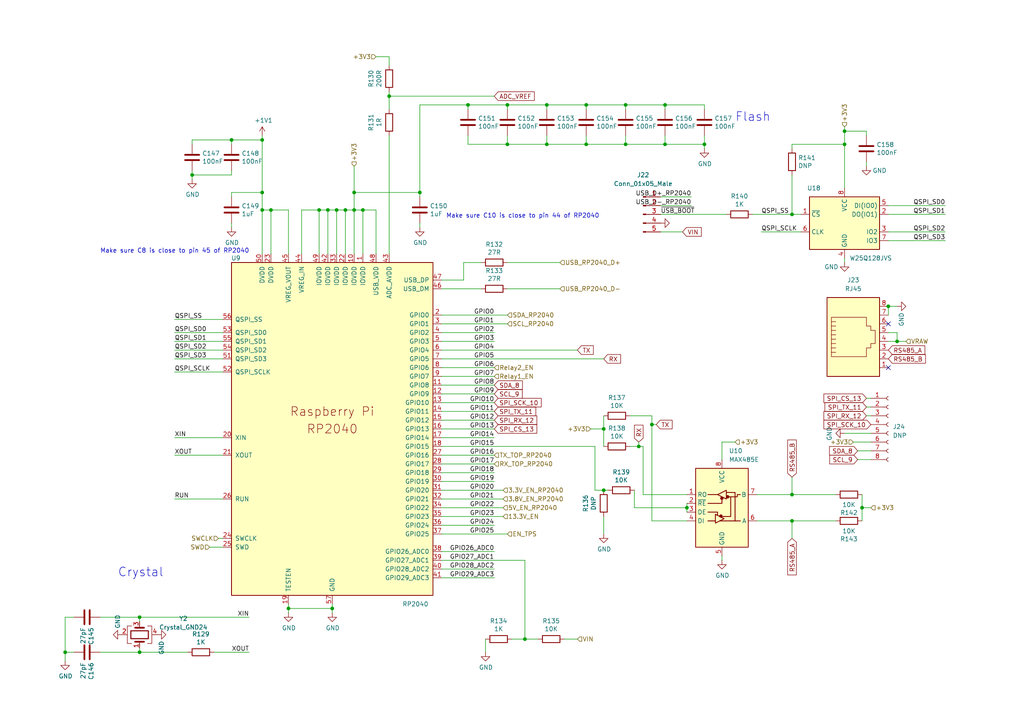
<source format=kicad_sch>
(kicad_sch (version 20230819) (generator eeschema)
  (paper "A4")
  (lib_symbols
    (symbol "Connector:Conn_01x05_Male" (pin_names (offset 1.016) hide)
      (property "Reference" "J" (at 0 7.62 0))
      (property "Value" "Conn_01x05_Male" (at 0 -7.62 0))
      (symbol "Conn_01x05_Male_1_1"
        (pin passive line (at 5.08 5.08 180) (length 3.81) (name "Pin_1") (number "1"))
        (pin passive line (at 5.08 2.54 180) (length 3.81) (name "Pin_2") (number "2"))
        (pin passive line (at 5.08 0 180) (length 3.81) (name "Pin_3") (number "3"))
        (pin passive line (at 5.08 -2.54 180) (length 3.81) (name "Pin_4") (number "4"))
        (pin passive line (at 5.08 -5.08 180) (length 3.81) (name "Pin_5") (number "5"))
      )
    )
    (symbol "Connector:Conn_01x08_Female" (pin_names (offset 1.016) hide)
      (property "Reference" "J" (at 0 10.16 0))
      (property "Value" "Conn_01x08_Female" (at 0 -12.7 0))
      (symbol "Conn_01x08_Female_1_1"
        (pin passive line (at -5.08 7.62 0) (length 3.81) (name "Pin_1") (number "1"))
        (pin passive line (at -5.08 5.08 0) (length 3.81) (name "Pin_2") (number "2"))
        (pin passive line (at -5.08 2.54 0) (length 3.81) (name "Pin_3") (number "3"))
        (pin passive line (at -5.08 0 0) (length 3.81) (name "Pin_4") (number "4"))
        (pin passive line (at -5.08 -2.54 0) (length 3.81) (name "Pin_5") (number "5"))
        (pin passive line (at -5.08 -5.08 0) (length 3.81) (name "Pin_6") (number "6"))
        (pin passive line (at -5.08 -7.62 0) (length 3.81) (name "Pin_7") (number "7"))
        (pin passive line (at -5.08 -10.16 0) (length 3.81) (name "Pin_8") (number "8"))
      )
    )
    (symbol "Connector:RJ45" (pin_names (offset 1.016))
      (property "Reference" "J" (at -5.08 13.97 0))
      (property "Value" "RJ45" (at 2.54 13.97 0))
      (symbol "RJ45_1_1"
        (pin passive line (at 10.16 -7.62 180) (length 2.54) (name "~") (number "1"))
        (pin passive line (at 10.16 -5.08 180) (length 2.54) (name "~") (number "2"))
        (pin passive line (at 10.16 -2.54 180) (length 2.54) (name "~") (number "3"))
        (pin passive line (at 10.16 0 180) (length 2.54) (name "~") (number "4"))
        (pin passive line (at 10.16 2.54 180) (length 2.54) (name "~") (number "5"))
        (pin passive line (at 10.16 5.08 180) (length 2.54) (name "~") (number "6"))
        (pin passive line (at 10.16 7.62 180) (length 2.54) (name "~") (number "7"))
        (pin passive line (at 10.16 10.16 180) (length 2.54) (name "~") (number "8"))
      )
    )
    (symbol "Device:C" (pin_numbers hide) (pin_names (offset 0.254))
      (property "Reference" "C" (at 0.635 2.54 0))
      (property "Value" "C" (at 0.635 -2.54 0))
      (symbol "C_1_1"
        (pin passive line (at 0 3.81 270) (length 2.794) (name "~") (number "1"))
        (pin passive line (at 0 -3.81 90) (length 2.794) (name "~") (number "2"))
      )
    )
    (symbol "Device:Crystal_GND24" (pin_names (offset 1.016) hide)
      (property "Reference" "Y" (at 3.175 5.08 0))
      (property "Value" "Crystal_GND24" (at 3.175 3.175 0))
      (symbol "Crystal_GND24_1_1"
        (pin passive line (at -3.81 0 0) (length 1.27) (name "1") (number "1"))
        (pin passive line (at 0 5.08 270) (length 1.27) (name "2") (number "2"))
        (pin passive line (at 3.81 0 180) (length 1.27) (name "3") (number "3"))
        (pin passive line (at 0 -5.08 90) (length 1.27) (name "4") (number "4"))
      )
    )
    (symbol "Device:R" (pin_numbers hide) (pin_names (offset 0))
      (property "Reference" "R" (at 2.032 0 90))
      (property "Value" "R" (at 0 0 90))
      (symbol "R_1_1"
        (pin passive line (at 0 3.81 270) (length 1.27) (name "~") (number "1"))
        (pin passive line (at 0 -3.81 90) (length 1.27) (name "~") (number "2"))
      )
    )
    (symbol "Interface_UART:MAX485E"
      (property "Reference" "U" (at -6.096 11.43 0))
      (property "Value" "MAX485E" (at 0.762 11.43 0))
      (symbol "MAX485E_1_1"
        (pin output line (at -10.16 2.54 0) (length 2.54) (name "RO") (number "1"))
        (pin input line (at -10.16 0 0) (length 2.54) (name "~{RE}") (number "2"))
        (pin input line (at -10.16 -2.54 0) (length 2.54) (name "DE") (number "3"))
        (pin input line (at -10.16 -5.08 0) (length 2.54) (name "DI") (number "4"))
        (pin power_in line (at 0 -15.24 90) (length 2.54) (name "GND") (number "5"))
        (pin bidirectional line (at 10.16 -5.08 180) (length 2.54) (name "A") (number "6"))
        (pin bidirectional line (at 10.16 2.54 180) (length 2.54) (name "B") (number "7"))
        (pin power_in line (at 0 12.7 270) (length 2.54) (name "VCC") (number "8"))
      )
    )
    (symbol "MCU_RaspberryPi_RP2040:RP2040" (pin_names (offset 1.016))
      (property "Reference" "U" (at -29.21 49.53 0))
      (property "Value" "RP2040" (at 24.13 -49.53 0))
      (symbol "RP2040_0_0"
        (text "Raspberry Pi" (at 0 5.08 0) (effects (font (size 2.54 2.54))))
        (text "RP2040" (at 0 0 0) (effects (font (size 2.54 2.54))))
      )
      (symbol "RP2040_1_1"
        (pin power_in line (at 8.89 50.8 270) (length 2.54) (name "IOVDD") (number "1"))
        (pin power_in line (at 6.35 50.8 270) (length 2.54) (name "IOVDD") (number "10"))
        (pin bidirectional line (at 31.75 12.7 180) (length 2.54) (name "GPIO8") (number "11"))
        (pin bidirectional line (at 31.75 10.16 180) (length 2.54) (name "GPIO9") (number "12"))
        (pin bidirectional line (at 31.75 7.62 180) (length 2.54) (name "GPIO10") (number "13"))
        (pin bidirectional line (at 31.75 5.08 180) (length 2.54) (name "GPIO11") (number "14"))
        (pin bidirectional line (at 31.75 2.54 180) (length 2.54) (name "GPIO12") (number "15"))
        (pin bidirectional line (at 31.75 0 180) (length 2.54) (name "GPIO13") (number "16"))
        (pin bidirectional line (at 31.75 -2.54 180) (length 2.54) (name "GPIO14") (number "17"))
        (pin bidirectional line (at 31.75 -5.08 180) (length 2.54) (name "GPIO15") (number "18"))
        (pin passive line (at -12.7 -50.8 90) (length 2.54) (name "TESTEN") (number "19"))
        (pin bidirectional line (at 31.75 33.02 180) (length 2.54) (name "GPIO0") (number "2"))
        (pin input line (at -31.75 -2.54 0) (length 2.54) (name "XIN") (number "20"))
        (pin passive line (at -31.75 -7.62 0) (length 2.54) (name "XOUT") (number "21"))
        (pin power_in line (at 3.81 50.8 270) (length 2.54) (name "IOVDD") (number "22"))
        (pin power_in line (at -17.78 50.8 270) (length 2.54) (name "DVDD") (number "23"))
        (pin output line (at -31.75 -31.75 0) (length 2.54) (name "SWCLK") (number "24"))
        (pin bidirectional line (at -31.75 -34.29 0) (length 2.54) (name "SWD") (number "25"))
        (pin input line (at -31.75 -20.32 0) (length 2.54) (name "RUN") (number "26"))
        (pin bidirectional line (at 31.75 -7.62 180) (length 2.54) (name "GPIO16") (number "27"))
        (pin bidirectional line (at 31.75 -10.16 180) (length 2.54) (name "GPIO17") (number "28"))
        (pin bidirectional line (at 31.75 -12.7 180) (length 2.54) (name "GPIO18") (number "29"))
        (pin bidirectional line (at 31.75 30.48 180) (length 2.54) (name "GPIO1") (number "3"))
        (pin bidirectional line (at 31.75 -15.24 180) (length 2.54) (name "GPIO19") (number "30"))
        (pin bidirectional line (at 31.75 -17.78 180) (length 2.54) (name "GPIO20") (number "31"))
        (pin bidirectional line (at 31.75 -20.32 180) (length 2.54) (name "GPIO21") (number "32"))
        (pin power_in line (at 1.27 50.8 270) (length 2.54) (name "IOVDD") (number "33"))
        (pin bidirectional line (at 31.75 -22.86 180) (length 2.54) (name "GPIO22") (number "34"))
        (pin bidirectional line (at 31.75 -25.4 180) (length 2.54) (name "GPIO23") (number "35"))
        (pin bidirectional line (at 31.75 -27.94 180) (length 2.54) (name "GPIO24") (number "36"))
        (pin bidirectional line (at 31.75 -30.48 180) (length 2.54) (name "GPIO25") (number "37"))
        (pin bidirectional line (at 31.75 -35.56 180) (length 2.54) (name "GPIO26_ADC0") (number "38"))
        (pin bidirectional line (at 31.75 -38.1 180) (length 2.54) (name "GPIO27_ADC1") (number "39"))
        (pin bidirectional line (at 31.75 27.94 180) (length 2.54) (name "GPIO2") (number "4"))
        (pin bidirectional line (at 31.75 -40.64 180) (length 2.54) (name "GPIO28_ADC2") (number "40"))
        (pin bidirectional line (at 31.75 -43.18 180) (length 2.54) (name "GPIO29_ADC3") (number "41"))
        (pin power_in line (at -1.27 50.8 270) (length 2.54) (name "IOVDD") (number "42"))
        (pin power_in line (at 16.51 50.8 270) (length 2.54) (name "ADC_AVDD") (number "43"))
        (pin power_in line (at -8.89 50.8 270) (length 2.54) (name "VREG_IN") (number "44"))
        (pin power_out line (at -12.7 50.8 270) (length 2.54) (name "VREG_VOUT") (number "45"))
        (pin bidirectional line (at 31.75 40.64 180) (length 2.54) (name "USB_DM") (number "46"))
        (pin bidirectional line (at 31.75 43.18 180) (length 2.54) (name "USB_DP") (number "47"))
        (pin power_in line (at 12.7 50.8 270) (length 2.54) (name "USB_VDD") (number "48"))
        (pin power_in line (at -3.81 50.8 270) (length 2.54) (name "IOVDD") (number "49"))
        (pin bidirectional line (at 31.75 25.4 180) (length 2.54) (name "GPIO3") (number "5"))
        (pin power_in line (at -20.32 50.8 270) (length 2.54) (name "DVDD") (number "50"))
        (pin bidirectional line (at -31.75 20.32 0) (length 2.54) (name "QSPI_SD3") (number "51"))
        (pin output line (at -31.75 16.51 0) (length 2.54) (name "QSPI_SCLK") (number "52"))
        (pin bidirectional line (at -31.75 27.94 0) (length 2.54) (name "QSPI_SD0") (number "53"))
        (pin bidirectional line (at -31.75 22.86 0) (length 2.54) (name "QSPI_SD2") (number "54"))
        (pin bidirectional line (at -31.75 25.4 0) (length 2.54) (name "QSPI_SD1") (number "55"))
        (pin bidirectional line (at -31.75 31.75 0) (length 2.54) (name "QSPI_SS") (number "56"))
        (pin power_in line (at 0 -50.8 90) (length 2.54) (name "GND") (number "57"))
        (pin bidirectional line (at 31.75 22.86 180) (length 2.54) (name "GPIO4") (number "6"))
        (pin bidirectional line (at 31.75 20.32 180) (length 2.54) (name "GPIO5") (number "7"))
        (pin bidirectional line (at 31.75 17.78 180) (length 2.54) (name "GPIO6") (number "8"))
        (pin bidirectional line (at 31.75 15.24 180) (length 2.54) (name "GPIO7") (number "9"))
      )
    )
    (symbol "Memory_Flash:W25Q128JVS"
      (property "Reference" "U" (at -8.89 8.89 0))
      (property "Value" "W25Q128JVS" (at 7.62 8.89 0))
      (symbol "W25Q128JVS_1_1"
        (pin input line (at -12.7 2.54 0) (length 2.54) (name "~{CS}") (number "1"))
        (pin bidirectional line (at 12.7 2.54 180) (length 2.54) (name "DO(IO1)") (number "2"))
        (pin bidirectional line (at 12.7 -2.54 180) (length 2.54) (name "IO2") (number "3"))
        (pin power_in line (at 0 -10.16 90) (length 2.54) (name "GND") (number "4"))
        (pin bidirectional line (at 12.7 5.08 180) (length 2.54) (name "DI(IO0)") (number "5"))
        (pin input line (at -12.7 -2.54 0) (length 2.54) (name "CLK") (number "6"))
        (pin bidirectional line (at 12.7 -5.08 180) (length 2.54) (name "IO3") (number "7"))
        (pin power_in line (at 0 10.16 270) (length 2.54) (name "VCC") (number "8"))
      )
    )
    (symbol "power:+1V1" (power) (pin_names (offset 0))
      (property "Value" "+1V1" (at 0 3.556 0))
      (symbol "+1V1_1_1"
        (pin power_in line (at 0 0 90) (length 0) hide (name "+1V1") (number "1"))
      )
    )
    (symbol "power:GND" (power) (pin_names (offset 0))
      (property "Value" "GND" (at 0 -3.81 0))
      (symbol "GND_1_1"
        (pin power_in line (at 0 0 270) (length 0) hide (name "GND") (number "1"))
      )
    )
  )
  (junction (at 96.3649 176.4776))
  (junction (at 170.0249 30.4276))
  (junction (at 204.3149 41.8576))
  (junction (at 250.0349 147.2676))
  (junction (at 244.9549 38.0476))
  (junction (at 181.4549 30.4276))
  (junction (at 158.5949 30.4276))
  (junction (at 67.1549 40.5876))
  (junction (at 260.1949 99.0076))
  (junction (at 95.0949 60.9076))
  (junction (at 170.0249 41.8576))
  (junction (at 192.8849 30.4276))
  (junction (at 92.5549 60.9076))
  (junction (at 257.6549 88.8476))
  (junction (at 229.7149 62.1776))
  (junction (at 97.6349 60.9076))
  (junction (at 158.5949 41.8576))
  (junction (at 40.4849 189.1776))
  (junction (at 112.8749 27.8876))
  (junction (at 147.1649 41.8576))
  (junction (at 185.2649 129.4876))
  (junction (at 175.1049 124.4076))
  (junction (at 102.7149 55.8276))
  (junction (at 175.1049 142.1876))
  (junction (at 199.2349 147.2676))
  (junction (at 83.6649 176.4776))
  (junction (at 100.1749 60.9076))
  (junction (at 76.0449 60.9076))
  (junction (at 105.2549 60.9076))
  (junction (at 78.5849 60.9076))
  (junction (at 76.0449 40.5876))
  (junction (at 135.7349 30.4276))
  (junction (at 40.4849 179.0176))
  (junction (at 244.9549 41.8576))
  (junction (at 192.8849 41.8576))
  (junction (at 181.4549 41.8576))
  (junction (at 229.7149 143.4576))
  (junction (at 152.2449 185.3676))
  (junction (at 121.7649 55.8276))
  (junction (at 147.1649 30.4276))
  (junction (at 55.7249 50.7476))
  (junction (at 76.0449 55.8276))
  (junction (at 229.7149 151.0776))
  (junction (at 18.8949 189.1776))
  (junction (at 189.0749 123.1376))
  (junction (at 102.7149 60.9076))
  (no_connect (at 257.6549 93.9276))
  (no_connect (at 257.6549 106.6276))
  (wire (pts (xy 128.1149 132.0276) (xy 143.3549 132.0276)))
  (wire (pts (xy 170.0249 30.4276) (xy 181.4549 30.4276)))
  (wire (pts (xy 175.1049 120.5976) (xy 175.1049 124.4076)))
  (wire (pts (xy 147.1649 39.3176) (xy 147.1649 41.8576)))
  (wire (pts (xy 251.3049 46.9376) (xy 251.3049 48.2076)))
  (wire (pts (xy 64.6149 144.7276) (xy 50.6449 144.7276)))
  (wire (pts (xy 95.0949 60.9076) (xy 97.6349 60.9076)))
  (wire (pts (xy 158.5949 31.6976) (xy 158.5949 30.4276)))
  (wire (pts (xy 121.7649 64.7176) (xy 121.7649 65.9876)))
  (wire (pts (xy 67.1549 64.7176) (xy 67.1549 65.9876)))
  (wire (pts (xy 29.0549 189.1776) (xy 40.4849 189.1776)))
  (wire (pts (xy 250.0349 147.2676) (xy 250.0349 151.0776)))
  (wire (pts (xy 102.7149 60.9076) (xy 105.2549 60.9076)))
  (wire (pts (xy 158.5949 39.3176) (xy 158.5949 41.8576)))
  (wire (pts (xy 199.2349 147.2676) (xy 183.9949 147.2676)))
  (wire (pts (xy 199.2349 143.4576) (xy 186.5349 143.4576)))
  (wire (pts (xy 92.5549 60.9076) (xy 95.0949 60.9076)))
  (wire (pts (xy 220.8249 67.2576) (xy 232.2549 67.2576)))
  (wire (pts (xy 55.7249 40.5876) (xy 67.1549 40.5876)))
  (wire (pts (xy 96.3649 175.2076) (xy 96.3649 176.4776)))
  (wire (pts (xy 128.1149 152.3476) (xy 143.3549 152.3476)))
  (wire (pts (xy 121.7649 57.0976) (xy 121.7649 55.8276)))
  (wire (pts (xy 260.1949 99.0076) (xy 257.6549 99.0076)))
  (wire (pts (xy 128.1149 162.5076) (xy 152.2449 162.5076)))
  (wire (pts (xy 189.0749 151.0776) (xy 189.0749 123.1376)))
  (wire (pts (xy 257.6549 69.7976) (xy 274.1649 69.7976)))
  (wire (pts (xy 18.8949 179.0176) (xy 18.8949 189.1776)))
  (wire (pts (xy 181.4549 30.4276) (xy 192.8849 30.4276)))
  (wire (pts (xy 219.5549 143.4576) (xy 229.7149 143.4576)))
  (wire (pts (xy 100.1749 73.6076) (xy 100.1749 60.9076)))
  (wire (pts (xy 55.7249 41.8576) (xy 55.7249 40.5876)))
  (wire (pts (xy 199.2349 151.0776) (xy 189.0749 151.0776)))
  (wire (pts (xy 50.6449 99.0076) (xy 64.6149 99.0076)))
  (wire (pts (xy 40.4849 189.1776) (xy 54.4549 189.1776)))
  (wire (pts (xy 247.4949 128.2176) (xy 252.5749 128.2176)))
  (wire (pts (xy 135.7349 31.6976) (xy 135.7349 30.4276)))
  (wire (pts (xy 105.2549 60.9076) (xy 109.0649 60.9076)))
  (wire (pts (xy 152.2449 185.3676) (xy 152.2449 162.5076)))
  (wire (pts (xy 128.1149 93.9276) (xy 147.1649 93.9276)))
  (wire (pts (xy 192.8849 30.4276) (xy 204.3149 30.4276)))
  (wire (pts (xy 128.1149 165.0476) (xy 143.3549 165.0476)))
  (wire (pts (xy 192.8849 39.3176) (xy 192.8849 41.8576)))
  (wire (pts (xy 251.3049 38.0476) (xy 244.9549 38.0476)))
  (wire (pts (xy 64.6149 92.6576) (xy 50.6449 92.6576)))
  (wire (pts (xy 50.6449 126.9476) (xy 64.6149 126.9476)))
  (wire (pts (xy 170.0249 31.6976) (xy 170.0249 30.4276)))
  (wire (pts (xy 63.3449 156.1576) (xy 64.6149 156.1576)))
  (wire (pts (xy 158.5949 41.8576) (xy 147.1649 41.8576)))
  (wire (pts (xy 172.5649 142.1876) (xy 175.1049 142.1876)))
  (wire (pts (xy 92.5549 73.6076) (xy 92.5549 60.9076)))
  (wire (pts (xy 260.1949 99.0076) (xy 262.7349 99.0076)))
  (wire (pts (xy 175.1049 154.8876) (xy 175.1049 149.8076)))
  (wire (pts (xy 40.4849 179.0176) (xy 72.2349 179.0176)))
  (wire (pts (xy 251.3049 120.5976) (xy 252.5749 120.5976)))
  (wire (pts (xy 229.7149 50.7476) (xy 229.7149 62.1776)))
  (wire (pts (xy 76.0449 60.9076) (xy 76.0449 73.6076)))
  (wire (pts (xy 128.1149 83.7676) (xy 139.5449 83.7676)))
  (wire (pts (xy 147.1649 31.6976) (xy 147.1649 30.4276)))
  (wire (pts (xy 112.8749 39.3176) (xy 112.8749 73.6076)))
  (wire (pts (xy 128.1149 139.6476) (xy 143.3549 139.6476)))
  (wire (pts (xy 128.1149 96.4676) (xy 143.3549 96.4676)))
  (wire (pts (xy 128.1149 137.1076) (xy 143.3549 137.1076)))
  (wire (pts (xy 244.9549 125.6776) (xy 252.5749 125.6776)))
  (wire (pts (xy 102.7149 55.8276) (xy 121.7649 55.8276)))
  (wire (pts (xy 128.1149 149.8076) (xy 145.8949 149.8076)))
  (wire (pts (xy 251.3049 118.0576) (xy 252.5749 118.0576)))
  (wire (pts (xy 109.0649 73.6076) (xy 109.0649 60.9076)))
  (wire (pts (xy 229.7149 156.1576) (xy 229.7149 151.0776)))
  (wire (pts (xy 172.5649 142.1876) (xy 172.5649 129.4876)))
  (wire (pts (xy 181.4549 31.6976) (xy 181.4549 30.4276)))
  (wire (pts (xy 29.0549 179.0176) (xy 40.4849 179.0176)))
  (wire (pts (xy 209.3949 128.2176) (xy 209.3949 133.2976)))
  (wire (pts (xy 97.6349 60.9076) (xy 100.1749 60.9076)))
  (wire (pts (xy 229.7149 62.1776) (xy 232.2549 62.1776)))
  (wire (pts (xy 128.1149 134.5676) (xy 143.3549 134.5676)))
  (wire (pts (xy 199.2349 145.9976) (xy 199.2349 147.2676)))
  (wire (pts (xy 83.6649 175.2076) (xy 83.6649 176.4776)))
  (wire (pts (xy 158.5949 30.4276) (xy 170.0249 30.4276)))
  (wire (pts (xy 128.1149 126.9476) (xy 143.3549 126.9476)))
  (wire (pts (xy 135.7349 39.3176) (xy 135.7349 41.8576)))
  (wire (pts (xy 64.6149 132.0276) (xy 50.6449 132.0276)))
  (wire (pts (xy 18.8949 189.1776) (xy 18.8949 191.7176)))
  (wire (pts (xy 175.1049 142.1876) (xy 176.3749 142.1876)))
  (wire (pts (xy 248.7649 133.2976) (xy 252.5749 133.2976)))
  (wire (pts (xy 257.6549 62.1776) (xy 274.1649 62.1776)))
  (wire (pts (xy 21.4349 179.0176) (xy 18.8949 179.0176)))
  (wire (pts (xy 185.2649 129.4876) (xy 182.7249 129.4876)))
  (wire (pts (xy 95.0949 73.6076) (xy 95.0949 60.9076)))
  (wire (pts (xy 128.1149 99.0076) (xy 143.3549 99.0076)))
  (wire (pts (xy 50.6449 96.4676) (xy 64.6149 96.4676)))
  (wire (pts (xy 244.9549 36.7776) (xy 244.9549 38.0476)))
  (wire (pts (xy 147.1649 41.8576) (xy 135.7349 41.8576)))
  (wire (pts (xy 244.9549 41.8576) (xy 244.9549 54.5576)))
  (wire (pts (xy 229.7149 41.8576) (xy 244.9549 41.8576)))
  (wire (pts (xy 135.7349 30.4276) (xy 147.1649 30.4276)))
  (wire (pts (xy 167.4849 185.3676) (xy 163.6749 185.3676)))
  (wire (pts (xy 128.1149 159.9676) (xy 143.3549 159.9676)))
  (wire (pts (xy 112.8749 27.8876) (xy 112.8749 26.6176)))
  (wire (pts (xy 128.1149 144.7276) (xy 145.8949 144.7276)))
  (wire (pts (xy 128.1149 109.1676) (xy 143.3549 109.1676)))
  (wire (pts (xy 112.8749 27.8876) (xy 112.8749 31.6976)))
  (wire (pts (xy 229.7149 43.1276) (xy 229.7149 41.8576)))
  (wire (pts (xy 210.6649 62.1776) (xy 191.6149 62.1776)))
  (wire (pts (xy 83.6649 73.6076) (xy 83.6649 60.9076)))
  (wire (pts (xy 21.4349 189.1776) (xy 18.8949 189.1776)))
  (wire (pts (xy 60.8049 158.6976) (xy 64.6149 158.6976)))
  (wire (pts (xy 128.1149 167.5876) (xy 143.3549 167.5876)))
  (wire (pts (xy 83.6649 60.9076) (xy 78.5849 60.9076)))
  (wire (pts (xy 147.1649 83.7676) (xy 162.4049 83.7676)))
  (wire (pts (xy 50.6449 104.0876) (xy 64.6149 104.0876)))
  (wire (pts (xy 252.5749 147.2676) (xy 250.0349 147.2676)))
  (wire (pts (xy 213.2049 128.2176) (xy 209.3949 128.2176)))
  (wire (pts (xy 148.4349 185.3676) (xy 152.2449 185.3676)))
  (wire (pts (xy 128.1149 101.5476) (xy 167.4849 101.5476)))
  (wire (pts (xy 244.9549 38.0476) (xy 244.9549 41.8576)))
  (wire (pts (xy 55.7249 50.7476) (xy 55.7249 52.0176)))
  (wire (pts (xy 191.6149 57.0976) (xy 200.5049 57.0976)))
  (wire (pts (xy 191.6149 59.6376) (xy 200.5049 59.6376)))
  (wire (pts (xy 83.6649 176.4776) (xy 83.6649 177.7476)))
  (wire (pts (xy 78.5849 60.9076) (xy 76.0449 60.9076)))
  (wire (pts (xy 192.8849 31.6976) (xy 192.8849 30.4276)))
  (wire (pts (xy 97.6349 73.6076) (xy 97.6349 60.9076)))
  (wire (pts (xy 40.4849 187.9076) (xy 40.4849 189.1776)))
  (wire (pts (xy 199.2349 147.2676) (xy 199.2349 148.5376)))
  (wire (pts (xy 170.0249 39.3176) (xy 170.0249 41.8576)))
  (wire (pts (xy 128.1149 81.2276) (xy 134.4649 81.2276)))
  (wire (pts (xy 112.8749 16.4576) (xy 109.0649 16.4576)))
  (wire (pts (xy 76.0449 40.5876) (xy 76.0449 55.8276)))
  (wire (pts (xy 96.3649 176.4776) (xy 96.3649 177.7476)))
  (wire (pts (xy 55.7249 49.4776) (xy 55.7249 50.7476)))
  (wire (pts (xy 183.9949 147.2676) (xy 183.9949 142.1876)))
  (wire (pts (xy 204.3149 39.3176) (xy 204.3149 41.8576)))
  (wire (pts (xy 112.8749 27.8876) (xy 143.3549 27.8876)))
  (wire (pts (xy 175.1049 124.4076) (xy 175.1049 129.4876)))
  (wire (pts (xy 171.2949 124.4076) (xy 175.1049 124.4076)))
  (wire (pts (xy 128.1149 142.1876) (xy 145.8949 142.1876)))
  (wire (pts (xy 102.7149 55.8276) (xy 102.7149 48.2076)))
  (wire (pts (xy 100.1749 60.9076) (xy 102.7149 60.9076)))
  (wire (pts (xy 128.1149 147.2676) (xy 145.8949 147.2676)))
  (wire (pts (xy 192.8849 41.8576) (xy 181.4549 41.8576)))
  (wire (pts (xy 229.7149 138.3776) (xy 229.7149 143.4576)))
  (wire (pts (xy 67.1549 57.0976) (xy 67.1549 55.8276)))
  (wire (pts (xy 204.3149 41.8576) (xy 204.3149 43.1276)))
  (wire (pts (xy 134.4649 76.1476) (xy 134.4649 81.2276)))
  (wire (pts (xy 128.1149 154.8876) (xy 147.1649 154.8876)))
  (wire (pts (xy 250.0349 143.4576) (xy 250.0349 147.2676)))
  (wire (pts (xy 135.7349 30.4276) (xy 121.7649 30.4276)))
  (wire (pts (xy 67.1549 55.8276) (xy 76.0449 55.8276)))
  (wire (pts (xy 152.2449 185.3676) (xy 156.0549 185.3676)))
  (wire (pts (xy 128.1149 104.0876) (xy 175.1049 104.0876)))
  (wire (pts (xy 102.7149 73.6076) (xy 102.7149 60.9076)))
  (wire (pts (xy 112.8749 18.9976) (xy 112.8749 16.4576)))
  (wire (pts (xy 248.7649 130.7576) (xy 252.5749 130.7576)))
  (wire (pts (xy 209.3949 161.2376) (xy 209.3949 162.5076)))
  (wire (pts (xy 189.0749 123.1376) (xy 190.3449 123.1376)))
  (wire (pts (xy 140.8149 189.1776) (xy 140.8149 185.3676)))
  (wire (pts (xy 260.1949 96.4676) (xy 257.6549 96.4676)))
  (wire (pts (xy 147.1649 30.4276) (xy 158.5949 30.4276)))
  (wire (pts (xy 67.1549 40.5876) (xy 76.0449 40.5876)))
  (wire (pts (xy 128.1149 111.7076) (xy 143.3549 111.7076)))
  (wire (pts (xy 181.4549 41.8576) (xy 170.0249 41.8576)))
  (wire (pts (xy 128.1149 114.2476) (xy 143.3549 114.2476)))
  (wire (pts (xy 192.8849 41.8576) (xy 204.3149 41.8576)))
  (wire (pts (xy 257.6549 67.2576) (xy 274.1649 67.2576)))
  (wire (pts (xy 128.1149 91.3876) (xy 147.1649 91.3876)))
  (wire (pts (xy 218.2849 62.1776) (xy 229.7149 62.1776)))
  (wire (pts (xy 83.6649 176.4776) (xy 96.3649 176.4776)))
  (wire (pts (xy 105.2549 60.9076) (xy 105.2549 73.6076)))
  (wire (pts (xy 204.3149 31.6976) (xy 204.3149 30.4276)))
  (wire (pts (xy 189.0749 120.5976) (xy 182.7249 120.5976)))
  (wire (pts (xy 128.1149 119.3276) (xy 143.3549 119.3276)))
  (wire (pts (xy 121.7649 30.4276) (xy 121.7649 55.8276)))
  (wire (pts (xy 257.6549 88.8476) (xy 257.6549 91.3876)))
  (wire (pts (xy 189.0749 123.1376) (xy 189.0749 120.5976)))
  (wire (pts (xy 147.1649 76.1476) (xy 162.4049 76.1476)))
  (wire (pts (xy 128.1149 116.7876) (xy 143.3549 116.7876)))
  (wire (pts (xy 257.6549 59.6376) (xy 274.1649 59.6376)))
  (wire (pts (xy 134.4649 76.1476) (xy 139.5449 76.1476)))
  (wire (pts (xy 128.1149 129.4876) (xy 172.5649 129.4876)))
  (wire (pts (xy 251.3049 39.3176) (xy 251.3049 38.0476)))
  (wire (pts (xy 170.0249 41.8576) (xy 158.5949 41.8576)))
  (wire (pts (xy 181.4549 39.3176) (xy 181.4549 41.8576)))
  (wire (pts (xy 40.4849 180.2876) (xy 40.4849 179.0176)))
  (wire (pts (xy 186.5349 143.4576) (xy 186.5349 129.4876)))
  (wire (pts (xy 197.9649 67.2576) (xy 191.6149 67.2576)))
  (wire (pts (xy 229.7149 143.4576) (xy 242.4149 143.4576)))
  (wire (pts (xy 76.0449 39.3176) (xy 76.0449 40.5876)))
  (wire (pts (xy 50.6449 101.5476) (xy 64.6149 101.5476)))
  (wire (pts (xy 102.7149 55.8276) (xy 102.7149 60.9076)))
  (wire (pts (xy 260.1949 88.8476) (xy 257.6549 88.8476)))
  (wire (pts (xy 186.5349 129.4876) (xy 185.2649 129.4876)))
  (wire (pts (xy 67.1549 41.8576) (xy 67.1549 40.5876)))
  (wire (pts (xy 78.5849 73.6076) (xy 78.5849 60.9076)))
  (wire (pts (xy 64.6149 107.8976) (xy 50.6449 107.8976)))
  (wire (pts (xy 128.1149 106.6276) (xy 143.3549 106.6276)))
  (wire (pts (xy 244.9549 74.8776) (xy 244.9549 76.1476)))
  (wire (pts (xy 251.3049 115.5176) (xy 252.5749 115.5176)))
  (wire (pts (xy 87.4749 60.9076) (xy 92.5549 60.9076)))
  (wire (pts (xy 219.5549 151.0776) (xy 229.7149 151.0776)))
  (wire (pts (xy 128.1149 121.8676) (xy 143.3549 121.8676)))
  (wire (pts (xy 185.2649 128.2176) (xy 185.2649 129.4876)))
  (wire (pts (xy 229.7149 151.0776) (xy 242.4149 151.0776)))
  (wire (pts (xy 76.0449 55.8276) (xy 76.0449 60.9076)))
  (wire (pts (xy 55.7249 50.7476) (xy 67.1549 50.7476)))
  (wire (pts (xy 62.0749 189.1776) (xy 72.2349 189.1776)))
  (wire (pts (xy 67.1549 50.7476) (xy 67.1549 49.4776)))
  (wire (pts (xy 260.1949 99.0076) (xy 260.1949 96.4676)))
  (wire (pts (xy 87.4749 73.6076) (xy 87.4749 60.9076)))
  (wire (pts (xy 128.1149 124.4076) (xy 143.3549 124.4076)))
  (text "Make sure C10 is close to pin 44 of RP2040" (at 129.3849 63.4476 0) (effects (font (size 1.27 1.27)) (justify left bottom)))
  (text "Make sure C8 is close to pin 45 of RP2040" (at 29.0549 73.6076 0) (effects (font (size 1.27 1.27)) (justify left bottom)))
  (text "Flash" (at 213.2049 35.5076 0) (effects (font (size 2.54 2.54)) (justify left bottom)))
  (text "Crystal" (at 34.1349 167.5876 0) (effects (font (size 2.54 2.54)) (justify left bottom)))
  (label "GPIO27_ADC1" (at 143.3549 162.5076 180))
  (label "GPIO8" (at 143.3549 111.7076 180))
  (label "QSPI_SCLK" (at 220.8249 67.2576 0))
  (label "QSPI_SD1" (at 274.1649 62.1776 180))
  (label "GPIO18" (at 143.3549 137.1076 180))
  (label "GPIO17" (at 143.3549 134.5676 180))
  (label "XOUT" (at 72.2349 189.1776 180))
  (label "GPIO19" (at 143.3549 139.6476 180))
  (label "GPIO3" (at 143.3549 99.0076 180))
  (label "GPIO29_ADC3" (at 143.3549 167.5876 180))
  (label "RUN" (at 50.6449 144.7276 0))
  (label "GPIO1" (at 143.3549 93.9276 180))
  (label "USB_D+_RP2040" (at 200.5049 57.0976 180))
  (label "~{USB_BOOT}" (at 191.6149 62.1776 0))
  (label "GPIO25" (at 143.3549 154.8876 180))
  (label "GPIO6" (at 143.3549 106.6276 180))
  (label "GPIO9" (at 143.3549 114.2476 180))
  (label "GPIO5" (at 143.3549 104.0876 180))
  (label "QSPI_SD0" (at 50.6449 96.4676 0))
  (label "GPIO11" (at 143.3549 119.3276 180))
  (label "GPIO12" (at 143.3549 121.8676 180))
  (label "QSPI_SS" (at 50.6449 92.6576 0))
  (label "GPIO21" (at 143.3549 144.7276 180))
  (label "GPIO23" (at 143.3549 149.8076 180))
  (label "QSPI_SS" (at 220.8249 62.1776 0))
  (label "GPIO24" (at 143.3549 152.3476 180))
  (label "GPIO7" (at 143.3549 109.1676 180))
  (label "XOUT" (at 50.6449 132.0276 0))
  (label "USB_D-_RP2040" (at 200.5049 59.6376 180))
  (label "GPIO14" (at 143.3549 126.9476 180))
  (label "GPIO28_ADC2" (at 143.3549 165.0476 180))
  (label "GPIO10" (at 143.3549 116.7876 180))
  (label "QSPI_SD2" (at 274.1649 67.2576 180))
  (label "GPIO20" (at 143.3549 142.1876 180))
  (label "GPIO2" (at 143.3549 96.4676 180))
  (label "GPIO15" (at 143.3549 129.4876 180))
  (label "GPIO22" (at 143.3549 147.2676 180))
  (label "QSPI_SCLK" (at 50.6449 107.8976 0))
  (label "QSPI_SD0" (at 274.1649 59.6376 180))
  (label "QSPI_SD2" (at 50.6449 101.5476 0))
  (label "XIN" (at 50.6449 126.9476 0))
  (label "GPIO4" (at 143.3549 101.5476 180))
  (label "QSPI_SD3" (at 274.1649 69.7976 180))
  (label "GPIO13" (at 143.3549 124.4076 180))
  (label "XIN" (at 72.2349 179.0176 180))
  (label "QSPI_SD1" (at 50.6449 99.0076 0))
  (label "GPIO16" (at 143.3549 132.0276 180))
  (label "QSPI_SD3" (at 50.6449 104.0876 0))
  (label "GPIO26_ADC0" (at 143.3549 159.9676 180))
  (label "GPIO0" (at 143.3549 91.3876 180))
  (global_label "SPI_TX_11" (shape input) (at 251.3049 118.0576 180) (property "Intersheetrefs" "${INTERSHEET_REFS}" (effects hide)))
  (global_label "SPI_CS_13" (shape input) (at 251.3049 115.5176 180) (property "Intersheetrefs" "${INTERSHEET_REFS}" (effects hide)))
  (global_label "RS485_B" (shape input) (at 229.7149 138.3776 90) (property "Intersheetrefs" "${INTERSHEET_REFS}" (effects hide)))
  (global_label "SDA_8" (shape input) (at 248.7649 130.7576 180) (property "Intersheetrefs" "${INTERSHEET_REFS}" (effects hide)))
  (global_label "TX" (shape input) (at 167.4849 101.5476 0) (property "Intersheetrefs" "${INTERSHEET_REFS}" (effects hide)))
  (global_label "ADC_VREF" (shape input) (at 143.3549 27.8876 0) (property "Intersheetrefs" "${INTERSHEET_REFS}" (effects hide)))
  (global_label "SPI_RX_12" (shape input) (at 143.3549 121.8676 0) (property "Intersheetrefs" "${INTERSHEET_REFS}" (effects hide)))
  (global_label "SPI_SCK_10" (shape input) (at 252.5749 123.1376 180) (property "Intersheetrefs" "${INTERSHEET_REFS}" (effects hide)))
  (global_label "RX" (shape input) (at 185.2649 128.2176 90) (property "Intersheetrefs" "${INTERSHEET_REFS}" (effects hide)))
  (global_label "RS485_A" (shape input) (at 257.6549 101.5476 0) (property "Intersheetrefs" "${INTERSHEET_REFS}" (effects hide)))
  (global_label "SPI_RX_12" (shape input) (at 251.3049 120.5976 180) (property "Intersheetrefs" "${INTERSHEET_REFS}" (effects hide)))
  (global_label "SCL_9" (shape input) (at 248.7649 133.2976 180) (property "Intersheetrefs" "${INTERSHEET_REFS}" (effects hide)))
  (global_label "SCL_9" (shape input) (at 143.3549 114.2476 0) (property "Intersheetrefs" "${INTERSHEET_REFS}" (effects hide)))
  (global_label "TX" (shape input) (at 190.3449 123.1376 0) (property "Intersheetrefs" "${INTERSHEET_REFS}" (effects hide)))
  (global_label "SDA_8" (shape input) (at 143.3549 111.7076 0) (property "Intersheetrefs" "${INTERSHEET_REFS}" (effects hide)))
  (global_label "SPI_TX_11" (shape input) (at 143.3549 119.3276 0) (property "Intersheetrefs" "${INTERSHEET_REFS}" (effects hide)))
  (global_label "VIN" (shape input) (at 197.9649 67.2576 0) (property "Intersheetrefs" "${INTERSHEET_REFS}" (effects hide)))
  (global_label "SPI_CS_13" (shape input) (at 143.3549 124.4076 0) (property "Intersheetrefs" "${INTERSHEET_REFS}" (effects hide)))
  (global_label "RX" (shape input) (at 175.1049 104.0876 0) (property "Intersheetrefs" "${INTERSHEET_REFS}" (effects hide)))
  (global_label "RS485_B" (shape input) (at 257.6549 104.0876 0) (property "Intersheetrefs" "${INTERSHEET_REFS}" (effects hide)))
  (global_label "SPI_SCK_10" (shape input) (at 143.3549 116.7876 0) (property "Intersheetrefs" "${INTERSHEET_REFS}" (effects hide)))
  (global_label "RS485_A" (shape input) (at 229.7149 156.1576 270) (property "Intersheetrefs" "${INTERSHEET_REFS}" (effects hide)))
  (hierarchical_label "SWD" (shape input) (at 60.8049 158.6976 180))
  (hierarchical_label "USB_RP2040_D-" (shape input) (at 162.4049 83.7676 0))
  (hierarchical_label "Relay2_EN" (shape input) (at 143.3549 106.6276 0))
  (hierarchical_label "VRAW" (shape input) (at 262.7349 99.0076 0))
  (hierarchical_label "+3V3" (shape input) (at 171.2949 124.4076 180))
  (hierarchical_label "+3V3" (shape input) (at 244.9549 36.7776 90))
  (hierarchical_label "EN_TPS" (shape input) (at 147.1649 154.8876 0))
  (hierarchical_label "+3V3" (shape input) (at 102.7149 48.2076 90))
  (hierarchical_label "SDA_RP2040" (shape input) (at 147.1649 91.3876 0))
  (hierarchical_label "Relay1_EN" (shape input) (at 143.3549 109.1676 0))
  (hierarchical_label "+3V3" (shape input) (at 109.0649 16.4576 180))
  (hierarchical_label "+3V3" (shape input) (at 252.5749 147.2676 0))
  (hierarchical_label "+3V3" (shape input) (at 213.2049 128.2176 0))
  (hierarchical_label "3.3V_EN_RP2040" (shape input) (at 145.8949 142.1876 0))
  (hierarchical_label "TX_TOP_RP2040" (shape input) (at 143.3549 132.0276 0))
  (hierarchical_label "SWCLK" (shape input) (at 63.3449 156.1576 180))
  (hierarchical_label "RX_TOP_RP2040" (shape input) (at 143.3549 134.5676 0))
  (hierarchical_label "+3V3" (shape input) (at 247.4949 128.2176 180))
  (hierarchical_label "5V_EN_RP2040" (shape input) (at 145.8949 147.2676 0))
  (hierarchical_label "3.8V_EN_RP2040" (shape input) (at 145.8949 144.7276 0))
  (hierarchical_label "13.3V_EN" (shape input) (at 145.8949 149.8076 0))
  (hierarchical_label "VIN" (shape input) (at 167.4849 185.3676 0))
  (hierarchical_label "USB_RP2040_D+" (shape input) (at 162.4049 76.1476 0))
  (hierarchical_label "SCL_RP2040" (shape input) (at 147.1649 93.9276 0))
  (symbol (lib_id "power:GND") (at 35.4049 184.0976 270) (unit 1)
    (property "Reference" "#PWR090" (effects hide))
    (property "Value" "GND" (at 34.1349 180.2876 0))
    (instances (project "RP2040_minimal" (path "" (reference "#PWR0137") (unit 1))) (project "RP2040" (path "" (reference "#PWR0133") (unit 1))))
  )
  (symbol (lib_id "power:+1V1") (at 76.0449 39.3176 0) (unit 1)
    (property "Reference" "#PWR094" (effects hide))
    (property "Value" "+1V1" (at 76.4259 34.9234 0))
    (instances (project "RP2040_minimal" (path "" (reference "#PWR0146") (unit 1))) (project "RP2040" (path "" (reference "#PWR0130") (unit 1))))
  )
  (symbol (lib_id "power:GND") (at 175.1049 154.8876 0) (unit 1)
    (property "Reference" "#PWR099" (effects hide))
    (property "Value" "GND" (at 175.2319 159.2818 0))
    (instances (project "RP2040_minimal" (path "" (reference "#PWR0154") (unit 1))) (project "RP2040" (path "" (reference "#PWR0175") (unit 1))))
  )
  (symbol (lib_id "power:GND") (at 191.6149 64.7176 90) (unit 1)
    (property "Reference" "#PWR0100" (effects hide))
    (property "Value" "GND" (effects hide))
    (instances (project "RP2040_minimal" (path "" (reference "#PWR0155") (unit 1))) (project "RP2040" (path "" (reference "#PWR0139") (unit 1))))
  )
  (symbol (lib_id "Device:C") (at 204.3149 35.5076 0) (unit 1)
    (property "Reference" "C95" (at 207.2359 34.3392 0) (effects (justify left)))
    (property "Value" "100nF" (at 207.2359 36.6506 0) (effects (justify left)))
    (property "Footprint" "Capacitor_SMD:C_0402_1005Metric" (effects hide))
    (instances (project "RP2040_minimal" (path "" (reference "C157") (unit 1))) (project "RP2040" (path "" (reference "C26") (unit 1))))
  )
  (symbol (lib_id "power:GND") (at 55.7249 52.0176 0) (unit 1)
    (property "Reference" "#PWR092" (effects hide))
    (property "Value" "GND" (at 55.8519 56.4118 0))
    (instances (project "RP2040_minimal" (path "" (reference "#PWR0143") (unit 1))) (project "RP2040" (path "" (reference "#PWR0128") (unit 1))))
  )
  (symbol (lib_id "Memory_Flash:W25Q128JVS") (at 244.9549 64.7176 0) (unit 1)
    (property "Reference" "U7" (at 236.0649 54.5576 0))
    (property "Value" "W25Q128JVS" (at 252.5749 74.8776 0))
    (property "Footprint" "Package_SO:SOIC-8_5.23x5.23mm_P1.27mm" (effects hide))
    (property "Datasheet" "http://www.winbond.com/resource-files/w25q128jv_dtr%20revc%2003272018%20plus.pdf" (effects hide))
    (instances (project "RP2040_minimal" (path "" (reference "U18") (unit 1))) (project "RP2040" (path "" (reference "U7") (unit 1))))
  )
  (symbol (lib_id "power:GND") (at 204.3149 43.1276 0) (unit 1)
    (property "Reference" "#PWR0101" (effects hide))
    (property "Value" "GND" (at 204.4419 47.5218 0))
    (instances (project "RP2040_minimal" (path "" (reference "#PWR0156") (unit 1))) (project "RP2040" (path "" (reference "#PWR0138") (unit 1))))
  )
  (symbol (lib_id "Device:R") (at 143.3549 76.1476 270) (unit 1)
    (property "Reference" "R55" (at 143.3549 70.8898 90))
    (property "Value" "27R" (at 143.3549 73.2012 90))
    (property "Footprint" "Resistor_SMD:R_0603_1608Metric" (effects hide))
    (instances (project "RP2040_minimal" (path "" (reference "R132") (unit 1))) (project "RP2040" (path "" (reference "R16") (unit 1))))
  )
  (symbol (lib_id "Device:C") (at 135.7349 35.5076 0) (unit 1)
    (property "Reference" "C89" (at 138.6559 34.3392 0) (effects (justify left)))
    (property "Value" "100nF" (at 138.6559 36.6506 0) (effects (justify left)))
    (property "Footprint" "Capacitor_SMD:C_0402_1005Metric" (effects hide))
    (instances (project "RP2040_minimal" (path "" (reference "C151") (unit 1))) (project "RP2040" (path "" (reference "C20") (unit 1))))
  )
  (symbol (lib_id "Device:R") (at 180.1849 142.1876 270) (unit 1)
    (property "Reference" "R62" (at 180.1849 136.9298 90))
    (property "Value" "10K" (at 180.1849 139.2412 90))
    (property "Footprint" "Resistor_SMD:R_0603_1608Metric" (effects hide))
    (instances (project "RP2040_minimal" (path "" (reference "R139") (unit 1))) (project "RP2040" (path "" (reference "R20") (unit 1))))
  )
  (symbol (lib_id "Device:R") (at 246.2249 143.4576 90) (unit 1)
    (property "Reference" "R65" (at 246.2249 148.7154 90))
    (property "Value" "10K" (at 246.2249 146.404 90))
    (property "Footprint" "Resistor_SMD:R_0603_1608Metric" (effects hide))
    (instances (project "RP2040_minimal" (path "" (reference "R142") (unit 1))) (project "RP2040" (path "" (reference "R41") (unit 1))))
  )
  (symbol (lib_id "Device:C") (at 121.7649 60.9076 0) (unit 1)
    (property "Reference" "C88" (at 124.6859 59.7392 0) (effects (justify left)))
    (property "Value" "1uF" (at 124.6859 62.0506 0) (effects (justify left)))
    (property "Footprint" "Capacitor_SMD:C_0402_1005Metric" (effects hide))
    (instances (project "RP2040_minimal" (path "" (reference "C150") (unit 1))) (project "RP2040" (path "" (reference "C19") (unit 1))))
  )
  (symbol (lib_id "Device:R") (at 58.2649 189.1776 270) (unit 1)
    (property "Reference" "R52" (at 58.2649 183.9198 90))
    (property "Value" "1K" (at 58.2649 186.2312 90))
    (property "Footprint" "Resistor_SMD:R_0603_1608Metric" (effects hide))
    (instances (project "RP2040_minimal" (path "" (reference "R129") (unit 1))) (project "RP2040" (path "" (reference "R13") (unit 1))))
  )
  (symbol (lib_id "Device:R") (at 159.8649 185.3676 270) (unit 1)
    (property "Reference" "R58" (at 159.8649 180.1098 90))
    (property "Value" "10K" (at 159.8649 182.4212 90))
    (property "Footprint" "Resistor_SMD:R_0603_1608Metric" (effects hide))
    (instances (project "RP2040_minimal" (path "" (reference "R135") (unit 1))) (project "RP2040" (path "" (reference "R49") (unit 1))))
  )
  (symbol (lib_id "Device:Crystal_GND24") (at 40.4849 184.0976 90) (unit 1)
    (property "Reference" "Y2" (at 53.1849 179.3986 90))
    (property "Value" "Crystal_GND24" (at 53.1849 181.9386 90))
    (property "Footprint" "Crystal:Crystal_SMD_3225-4Pin_3.2x2.5mm" (effects hide))
    (instances (project "RP2040_minimal" (path "" (reference "Y2") (unit 1))) (project "RP2040" (path "" (reference "Y1") (unit 1))))
  )
  (symbol (lib_id "Device:C") (at 25.2449 179.0176 270) (unit 1)
    (property "Reference" "C83" (at 26.4133 181.9386 0) (effects (justify left)))
    (property "Value" "27pF" (at 24.1019 181.9386 0) (effects (justify left)))
    (property "Footprint" "Capacitor_SMD:C_0402_1005Metric" (effects hide))
    (instances (project "RP2040_minimal" (path "" (reference "C145") (unit 1))) (project "RP2040" (path "" (reference "C14") (unit 1))))
  )
  (symbol (lib_id "Device:R") (at 178.9149 129.4876 270) (unit 1)
    (property "Reference" "R61" (at 178.9149 124.2298 90))
    (property "Value" "10K" (at 178.9149 126.5412 90))
    (property "Footprint" "Resistor_SMD:R_0603_1608Metric" (effects hide))
    (instances (project "RP2040_minimal" (path "" (reference "R138") (unit 1))) (project "RP2040" (path "" (reference "R19") (unit 1))))
  )
  (symbol (lib_id "Device:R") (at 178.9149 120.5976 270) (unit 1)
    (property "Reference" "R60" (at 178.9149 115.3398 90))
    (property "Value" "10K" (at 178.9149 117.6512 90))
    (property "Footprint" "Resistor_SMD:R_0603_1608Metric" (effects hide))
    (instances (project "RP2040_minimal" (path "" (reference "R137") (unit 1))) (project "RP2040" (path "" (reference "R18") (unit 1))))
  )
  (symbol (lib_id "Device:R") (at 214.4749 62.1776 270) (unit 1)
    (property "Reference" "R63" (at 214.4749 56.9198 90))
    (property "Value" "1K" (at 214.4749 59.2312 90))
    (property "Footprint" "Resistor_SMD:R_0603_1608Metric" (effects hide))
    (instances (project "RP2040_minimal" (path "" (reference "R140") (unit 1))) (project "RP2040" (path "" (reference "R21") (unit 1))))
  )
  (symbol (lib_id "power:GND") (at 83.6649 177.7476 0) (unit 1)
    (property "Reference" "#PWR095" (effects hide))
    (property "Value" "GND" (at 83.7919 182.1418 0))
    (instances (project "RP2040_minimal" (path "" (reference "#PWR0147") (unit 1))) (project "RP2040" (path "" (reference "#PWR0132") (unit 1))))
  )
  (symbol (lib_id "Device:C") (at 181.4549 35.5076 0) (unit 1)
    (property "Reference" "C93" (at 184.3759 34.3392 0) (effects (justify left)))
    (property "Value" "100nF" (at 184.3759 36.6506 0) (effects (justify left)))
    (property "Footprint" "Capacitor_SMD:C_0402_1005Metric" (effects hide))
    (instances (project "RP2040_minimal" (path "" (reference "C155") (unit 1))) (project "RP2040" (path "" (reference "C24") (unit 1))))
  )
  (symbol (lib_id "Device:R") (at 175.1049 145.9976 0) (unit 1)
    (property "Reference" "R59" (at 169.8471 145.9976 90))
    (property "Value" "DNP" (at 172.1585 145.9976 90))
    (property "Footprint" "Resistor_SMD:R_0603_1608Metric" (effects hide))
    (instances (project "RP2040_minimal" (path "" (reference "R136") (unit 1))) (project "RP2040" (path "" (reference "R50") (unit 1))))
  )
  (symbol (lib_id "Device:R") (at 144.6249 185.3676 270) (unit 1)
    (property "Reference" "R57" (at 144.6249 180.1098 90))
    (property "Value" "1K" (at 144.6249 182.4212 90))
    (property "Footprint" "Resistor_SMD:R_0603_1608Metric" (effects hide))
    (instances (project "RP2040_minimal" (path "" (reference "R134") (unit 1))) (project "RP2040" (path "" (reference "R48") (unit 1))))
  )
  (symbol (lib_id "Device:C") (at 158.5949 35.5076 0) (unit 1)
    (property "Reference" "C91" (at 161.5159 34.3392 0) (effects (justify left)))
    (property "Value" "100nF" (at 161.5159 36.6506 0) (effects (justify left)))
    (property "Footprint" "Capacitor_SMD:C_0402_1005Metric" (effects hide))
    (instances (project "RP2040_minimal" (path "" (reference "C153") (unit 1))) (project "RP2040" (path "" (reference "C22") (unit 1))))
  )
  (symbol (lib_id "Device:C") (at 25.2449 189.1776 270) (unit 1)
    (property "Reference" "C84" (at 26.4133 192.0986 0) (effects (justify left)))
    (property "Value" "27pF" (at 24.1019 192.0986 0) (effects (justify left)))
    (property "Footprint" "Capacitor_SMD:C_0402_1005Metric" (effects hide))
    (instances (project "RP2040_minimal" (path "" (reference "C146") (unit 1))) (project "RP2040" (path "" (reference "C15") (unit 1))))
  )
  (symbol (lib_id "Device:C") (at 67.1549 60.9076 0) (unit 1)
    (property "Reference" "C87" (at 70.0759 59.7392 0) (effects (justify left)))
    (property "Value" "1uF" (at 70.0759 62.0506 0) (effects (justify left)))
    (property "Footprint" "Capacitor_SMD:C_0402_1005Metric" (effects hide))
    (instances (project "RP2040_minimal" (path "" (reference "C149") (unit 1))) (project "RP2040" (path "" (reference "C18") (unit 1))))
  )
  (symbol (lib_id "Connector:Conn_01x05_Male") (at 186.5349 62.1776 0) (unit 1)
    (property "Reference" "J7" (at 186.5349 50.7476 0))
    (property "Value" "Conn_01x05_Male" (at 186.5349 53.2876 0))
    (property "Footprint" "Connector_PinSocket_2.00mm:PinSocket_1x05_P2.00mm_Vertical" (effects hide))
    (instances (project "RP2040_minimal" (path "" (reference "J22") (unit 1))) (project "RP2040" (path "" (reference "J4") (unit 1))))
  )
  (symbol (lib_id "power:GND") (at 244.9549 125.6776 270) (unit 1)
    (property "Reference" "#PWR0104" (effects hide))
    (property "Value" "GND" (at 240.5607 125.8046 0))
    (instances (project "RP2040_minimal" (path "" (reference "#PWR0159") (unit 1))) (project "RP2040" (path "" (reference "#PWR0119") (unit 1))))
  )
  (symbol (lib_id "Device:C") (at 67.1549 45.6676 0) (unit 1)
    (property "Reference" "C86" (at 70.0759 44.4992 0) (effects (justify left)))
    (property "Value" "100nF" (at 70.0759 46.8106 0) (effects (justify left)))
    (property "Footprint" "Capacitor_SMD:C_0402_1005Metric" (effects hide))
    (instances (project "RP2040_minimal" (path "" (reference "C148") (unit 1))) (project "RP2040" (path "" (reference "C17") (unit 1))))
  )
  (symbol (lib_id "Device:C") (at 192.8849 35.5076 0) (unit 1)
    (property "Reference" "C94" (at 195.8059 34.3392 0) (effects (justify left)))
    (property "Value" "100nF" (at 195.8059 36.6506 0) (effects (justify left)))
    (property "Footprint" "Capacitor_SMD:C_0402_1005Metric" (effects hide))
    (instances (project "RP2040_minimal" (path "" (reference "C156") (unit 1))) (project "RP2040" (path "" (reference "C25") (unit 1))))
  )
  (symbol (lib_id "power:GND") (at 18.8949 191.7176 0) (unit 1)
    (property "Reference" "#PWR080" (effects hide))
    (property "Value" "GND" (at 19.0219 196.1118 0))
    (instances (project "RP2040_minimal" (path "" (reference "#PWR0136") (unit 1))) (project "RP2040" (path "" (reference "#PWR0135") (unit 1))))
  )
  (symbol (lib_id "Connector:RJ45") (at 247.4949 99.0076 0) (unit 1)
    (property "Reference" "J8" (at 247.4949 81.2276 0))
    (property "Value" "RJ45" (at 247.4949 83.7676 0))
    (property "Footprint" "Connector_RJ:RJ45_Amphenol_54602-x08_Horizontal_etrafitemiz" (effects hide))
    (instances (project "RP2040_minimal" (path "" (reference "J23") (unit 1))) (project "RP2040" (path "" (reference "J5") (unit 1))))
  )
  (symbol (lib_id "Device:R") (at 112.8749 22.8076 0) (unit 1)
    (property "Reference" "R53" (at 107.6171 22.8076 90))
    (property "Value" "200R" (at 109.9285 22.8076 90))
    (property "Footprint" "Resistor_SMD:R_0603_1608Metric" (effects hide))
    (instances (project "RP2040_minimal" (path "" (reference "R130") (unit 1))) (project "RP2040" (path "" (reference "R14") (unit 1))))
  )
  (symbol (lib_id "Interface_UART:MAX485E") (at 209.3949 145.9976 0) (unit 1)
    (property "Reference" "U6" (at 211.4143 130.7576 0) (effects (justify left)))
    (property "Value" "MAX485E" (at 211.4143 133.2976 0) (effects (justify left)))
    (property "Footprint" "MAX485ESA_T:SOIC127P600X175-8N" (effects hide))
    (property "Datasheet" "https://datasheets.maximintegrated.com/en/ds/MAX1487E-MAX491E.pdf" (effects hide))
    (instances (project "RP2040_minimal" (path "" (reference "U10") (unit 1))) (project "RP2040" (path "" (reference "U6") (unit 1))))
  )
  (symbol (lib_id "Device:C") (at 170.0249 35.5076 0) (unit 1)
    (property "Reference" "C92" (at 172.9459 34.3392 0) (effects (justify left)))
    (property "Value" "100nF" (at 172.9459 36.6506 0) (effects (justify left)))
    (property "Footprint" "Capacitor_SMD:C_0402_1005Metric" (effects hide))
    (instances (project "RP2040_minimal" (path "" (reference "C154") (unit 1))) (project "RP2040" (path "" (reference "C23") (unit 1))))
  )
  (symbol (lib_id "Device:C") (at 251.3049 43.1276 0) (unit 1)
    (property "Reference" "C96" (at 254.2259 41.9592 0) (effects (justify left)))
    (property "Value" "100nF" (at 254.2259 44.2706 0) (effects (justify left)))
    (property "Footprint" "Capacitor_SMD:C_0402_1005Metric" (effects hide))
    (instances (project "RP2040_minimal" (path "" (reference "C158") (unit 1))) (project "RP2040" (path "" (reference "C27") (unit 1))))
  )
  (symbol (lib_id "MCU_RaspberryPi_RP2040:RP2040") (at 96.3649 124.4076 0) (unit 1)
    (property "Reference" "U5" (at 68.4249 74.8776 0))
    (property "Value" "RP2040" (at 120.4949 175.2076 0))
    (property "Footprint" "RP2040_minimal:RP2040-QFN-56" (effects hide))
    (instances (project "RP2040_minimal" (path "" (reference "U9") (unit 1))) (project "RP2040" (path "" (reference "U5") (unit 1))))
  )
  (symbol (lib_id "power:GND") (at 45.5649 184.0976 90) (unit 1)
    (property "Reference" "#PWR091" (effects hide))
    (property "Value" "GND" (at 46.8349 187.9076 0))
    (instances (project "RP2040_minimal" (path "" (reference "#PWR0141") (unit 1))) (project "RP2040" (path "" (reference "#PWR0134") (unit 1))))
  )
  (symbol (lib_id "Device:R") (at 229.7149 46.9376 0) (unit 1)
    (property "Reference" "R64" (at 231.4929 45.7692 0) (effects (justify left)))
    (property "Value" "DNP" (at 231.4929 48.0806 0) (effects (justify left)))
    (property "Footprint" "Resistor_SMD:R_0603_1608Metric" (effects hide))
    (instances (project "RP2040_minimal" (path "" (reference "R141") (unit 1))) (project "RP2040" (path "" (reference "R22") (unit 1))))
  )
  (symbol (lib_id "Connector:Conn_01x08_Female") (at 257.6549 123.1376 0) (unit 1)
    (property "Reference" "J9" (at 258.9249 123.7726 0) (effects (justify left)))
    (property "Value" "DNP" (at 258.9249 126.3126 0) (effects (justify left)))
    (property "Footprint" "Connector_PinHeader_2.54mm:PinHeader_1x08_P2.54mm_Vertical_SMD_Pin1Right" (effects hide))
    (instances (project "RP2040_minimal" (path "" (reference "J24") (unit 1))) (project "RP2040" (path "" (reference "J16") (unit 1))))
  )
  (symbol (lib_id "Device:R") (at 246.2249 151.0776 90) (unit 1)
    (property "Reference" "R66" (at 246.2249 156.3354 90))
    (property "Value" "10K" (at 246.2249 154.024 90))
    (property "Footprint" "Resistor_SMD:R_0603_1608Metric" (effects hide))
    (instances (project "RP2040_minimal" (path "" (reference "R143") (unit 1))) (project "RP2040" (path "" (reference "R40") (unit 1))))
  )
  (symbol (lib_id "power:GND") (at 140.8149 189.1776 0) (unit 1)
    (property "Reference" "#PWR098" (effects hide))
    (property "Value" "GND" (at 140.9419 193.5718 0))
    (instances (project "RP2040_minimal" (path "" (reference "#PWR0150") (unit 1))) (project "RP2040" (path "" (reference "#PWR0174") (unit 1))))
  )
  (symbol (lib_id "Device:R") (at 112.8749 35.5076 0) (unit 1)
    (property "Reference" "R54" (at 107.6171 35.5076 90))
    (property "Value" "1R" (at 109.9285 35.5076 90))
    (property "Footprint" "Resistor_SMD:R_0603_1608Metric" (effects hide))
    (instances (project "RP2040_minimal" (path "" (reference "R131") (unit 1))) (project "RP2040" (path "" (reference "R15") (unit 1))))
  )
  (symbol (lib_id "power:GND") (at 121.7649 65.9876 0) (unit 1)
    (property "Reference" "#PWR097" (effects hide))
    (property "Value" "GND" (at 121.8919 70.3818 0))
    (instances (project "RP2040_minimal" (path "" (reference "#PWR0149") (unit 1))) (project "RP2040" (path "" (reference "#PWR0127") (unit 1))))
  )
  (symbol (lib_id "power:GND") (at 67.1549 65.9876 0) (unit 1)
    (property "Reference" "#PWR093" (effects hide))
    (property "Value" "GND" (at 67.2819 70.3818 0))
    (instances (project "RP2040_minimal" (path "" (reference "#PWR0144") (unit 1))) (project "RP2040" (path "" (reference "#PWR0129") (unit 1))))
  )
  (symbol (lib_id "power:GND") (at 209.3949 162.5076 0) (unit 1)
    (property "Reference" "#PWR0102" (effects hide))
    (property "Value" "GND" (at 209.5219 166.9018 0))
    (instances (project "RP2040_minimal" (path "" (reference "#PWR0157") (unit 1))) (project "RP2040" (path "" (reference "#PWR0152") (unit 1))))
  )
  (symbol (lib_id "Device:C") (at 55.7249 45.6676 0) (unit 1)
    (property "Reference" "C85" (at 58.6459 44.4992 0) (effects (justify left)))
    (property "Value" "100nF" (at 58.6459 46.8106 0) (effects (justify left)))
    (property "Footprint" "Capacitor_SMD:C_0402_1005Metric" (effects hide))
    (instances (project "RP2040_minimal" (path "" (reference "C147") (unit 1))) (project "RP2040" (path "" (reference "C16") (unit 1))))
  )
  (symbol (lib_id "Device:C") (at 147.1649 35.5076 0) (unit 1)
    (property "Reference" "C90" (at 150.0859 34.3392 0) (effects (justify left)))
    (property "Value" "100nF" (at 150.0859 36.6506 0) (effects (justify left)))
    (property "Footprint" "Capacitor_SMD:C_0402_1005Metric" (effects hide))
    (instances (project "RP2040_minimal" (path "" (reference "C152") (unit 1))) (project "RP2040" (path "" (reference "C21") (unit 1))))
  )
  (symbol (lib_id "Device:R") (at 143.3549 83.7676 270) (unit 1)
    (property "Reference" "R56" (at 143.3549 78.5098 90))
    (property "Value" "27R" (at 143.3549 80.8212 90))
    (property "Footprint" "Resistor_SMD:R_0603_1608Metric" (effects hide))
    (instances (project "RP2040_minimal" (path "" (reference "R133") (unit 1))) (project "RP2040" (path "" (reference "R17") (unit 1))))
  )
  (symbol (lib_id "power:GND") (at 96.3649 177.7476 0) (unit 1)
    (property "Reference" "#PWR096" (effects hide))
    (property "Value" "GND" (at 96.4919 182.1418 0))
    (instances (project "RP2040_minimal" (path "" (reference "#PWR0148") (unit 1))) (project "RP2040" (path "" (reference "#PWR0131") (unit 1))))
  )
  (symbol (lib_id "power:GND") (at 251.3049 48.2076 0) (unit 1)
    (property "Reference" "#PWR0105" (effects hide))
    (property "Value" "GND" (at 255.1149 49.4776 0))
    (instances (project "RP2040_minimal" (path "" (reference "#PWR0160") (unit 1))) (project "RP2040" (path "" (reference "#PWR0145") (unit 1))))
  )
  (symbol (lib_id "power:GND") (at 244.9549 76.1476 0) (unit 1)
    (property "Reference" "#PWR0103" (effects hide))
    (property "Value" "GND" (at 241.1449 77.4176 0))
    (instances (project "RP2040_minimal" (path "" (reference "#PWR0158") (unit 1))) (project "RP2040" (path "" (reference "#PWR0151") (unit 1))))
  )
  (symbol (lib_id "power:GND") (at 260.1949 88.8476 90) (unit 1)
    (property "Reference" "#PWR0106" (effects hide))
    (property "Value" "GND" (at 261.4649 92.6576 0))
    (instances (project "RP2040_minimal" (path "" (reference "#PWR0161") (unit 1))) (project "RP2040" (path "" (reference "#PWR0114") (unit 1))))
  )
)
</source>
